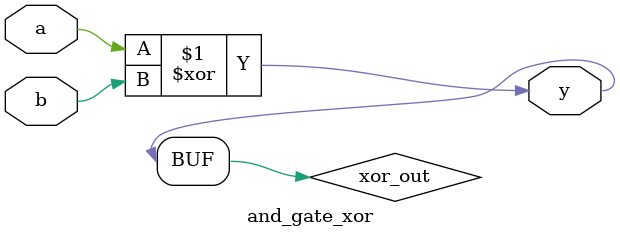
<source format=v>
module and_gate_xor(
    input a,
    input b,
    output y
);

    wire xor_out, not_xor_out;
    
    xor(xor_out, a, b);
    xor(not_xor_out, xor_out, 1'b1);
    xor(y, not_xor_out, 1'b1);

endmodule

</source>
